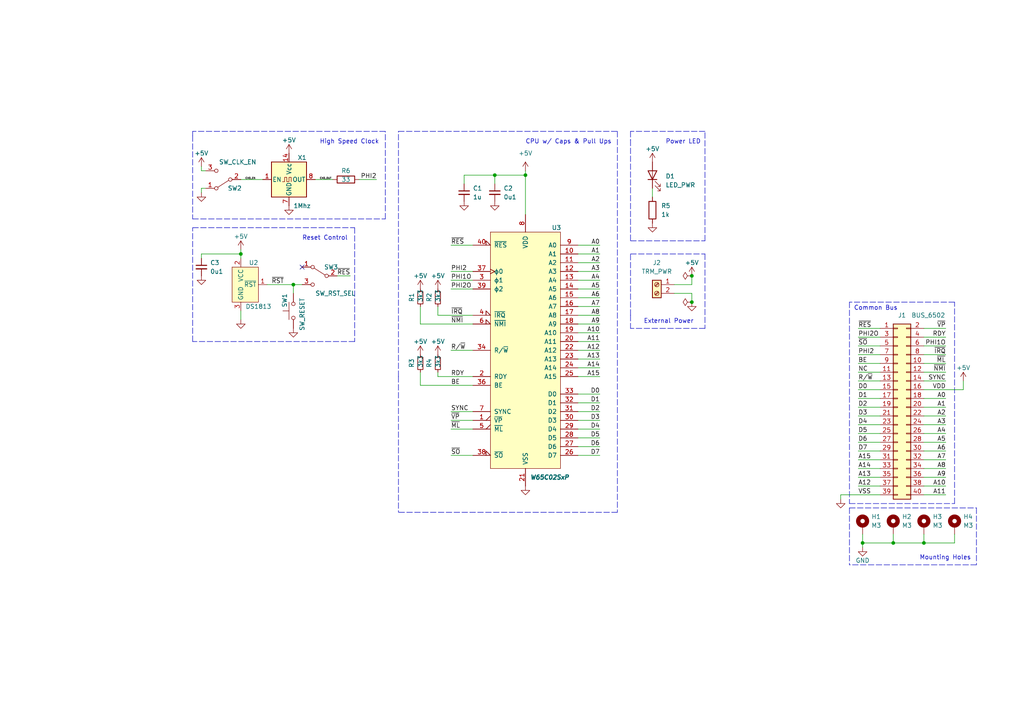
<source format=kicad_sch>
(kicad_sch (version 20211123) (generator eeschema)
  (paper "A4")
  (title_block (title "Retro Stack - CPU & High Speed Clock") (date "2023-04-04") (rev "0") (company "Microcode.io"))
  (lib_symbols
    (symbol "65xx:W65C02SxP" (pin_names (offset 1.016))
      (property "Reference" "U" (at -10.16 35.56 0))
      (property "Value" "W65C02SxP" (at 0 0 90))
      (symbol "W65C02SxP_0_1"
        (rectangle (start -10.16 34.29) (end 10.16 -34.29) (fill (type background)))
      )
      (symbol "W65C02SxP_1_1"
        (pin output output_low (at -15.24 -20.32 0) (length 5.08) (name "~{VP}") (number "1"))
        (pin tri_state line (at 15.24 27.94 180) (length 5.08) (name "A1") (number "10"))
        (pin tri_state line (at 15.24 25.4 180) (length 5.08) (name "A2") (number "11"))
        (pin tri_state line (at 15.24 22.86 180) (length 5.08) (name "A3") (number "12"))
        (pin tri_state line (at 15.24 20.32 180) (length 5.08) (name "A4") (number "13"))
        (pin tri_state line (at 15.24 17.78 180) (length 5.08) (name "A5") (number "14"))
        (pin tri_state line (at 15.24 15.24 180) (length 5.08) (name "A6") (number "15"))
        (pin tri_state line (at 15.24 12.7 180) (length 5.08) (name "A7") (number "16"))
        (pin tri_state line (at 15.24 10.16 180) (length 5.08) (name "A8") (number "17"))
        (pin tri_state line (at 15.24 7.62 180) (length 5.08) (name "A9") (number "18"))
        (pin tri_state line (at 15.24 5.08 180) (length 5.08) (name "A10") (number "19"))
        (pin open_collector line (at -15.24 -7.62 0) (length 5.08) (name "RDY") (number "2"))
        (pin tri_state line (at 15.24 2.54 180) (length 5.08) (name "A11") (number "20"))
        (pin power_in line (at 0 -39.37 90) (length 5.08) (name "VSS") (number "21"))
        (pin tri_state line (at 15.24 0 180) (length 5.08) (name "A12") (number "22"))
        (pin tri_state line (at 15.24 -2.54 180) (length 5.08) (name "A13") (number "23"))
        (pin tri_state line (at 15.24 -5.08 180) (length 5.08) (name "A14") (number "24"))
        (pin tri_state line (at 15.24 -7.62 180) (length 5.08) (name "A15") (number "25"))
        (pin bidirectional line (at 15.24 -30.48 180) (length 5.08) (name "D7") (number "26"))
        (pin bidirectional line (at 15.24 -27.94 180) (length 5.08) (name "D6") (number "27"))
        (pin bidirectional line (at 15.24 -25.4 180) (length 5.08) (name "D5") (number "28"))
        (pin bidirectional line (at 15.24 -22.86 180) (length 5.08) (name "D4") (number "29"))
        (pin output line (at -15.24 20.32 0) (length 5.08) (name "ϕ1") (number "3"))
        (pin bidirectional line (at 15.24 -20.32 180) (length 5.08) (name "D3") (number "30"))
        (pin bidirectional line (at 15.24 -17.78 180) (length 5.08) (name "D2") (number "31"))
        (pin bidirectional line (at 15.24 -15.24 180) (length 5.08) (name "D1") (number "32"))
        (pin bidirectional line (at 15.24 -12.7 180) (length 5.08) (name "D0") (number "33"))
        (pin tri_state line (at -15.24 0 0) (length 5.08) (name "R/~{W}") (number "34"))
        (pin no_connect non_logic (at -10.16 -27.94 0) (length 2.54) hide (name "nc") (number "35"))
        (pin input line (at -15.24 -10.16 0) (length 5.08) (name "BE") (number "36"))
        (pin input clock (at -15.24 22.86 0) (length 5.08) (name "ϕ0") (number "37"))
        (pin input input_low (at -15.24 -30.48 0) (length 5.08) (name "~{SO}") (number "38"))
        (pin output line (at -15.24 17.78 0) (length 5.08) (name "ϕ2") (number "39"))
        (pin input input_low (at -15.24 10.16 0) (length 5.08) (name "~{IRQ}") (number "4"))
        (pin input input_low (at -15.24 30.48 0) (length 5.08) (name "~{RES}") (number "40"))
        (pin output output_low (at -15.24 -22.86 0) (length 5.08) (name "~{ML}") (number "5"))
        (pin input input_low (at -15.24 7.62 0) (length 5.08) (name "~{NMI}") (number "6"))
        (pin output line (at -15.24 -17.78 0) (length 5.08) (name "SYNC") (number "7"))
        (pin power_in line (at 0 39.37 270) (length 5.08) (name "VDD") (number "8"))
        (pin tri_state line (at 15.24 30.48 180) (length 5.08) (name "A0") (number "9"))
      )
    )
    (symbol "Connector:Screw_Terminal_01x02" (pin_names (offset 1.016) hide)
      (property "Reference" "J" (at 0 2.54 0))
      (property "Value" "Screw_Terminal_01x02" (at 0 -5.08 0))
      (symbol "Screw_Terminal_01x02_1_1"
        (rectangle (start -1.27 1.27) (end 1.27 -3.81) (stroke (width 0.254)) (fill (type background)))
        (circle (center 0 -2.54) (radius 0.635) (stroke (width 0.1524)))
        (polyline (pts (xy -0.5334 -2.2098) (xy 0.3302 -3.048)) (stroke (width 0.1524)))
        (polyline (pts (xy -0.5334 0.3302) (xy 0.3302 -0.508)) (stroke (width 0.1524)))
        (polyline (pts (xy -0.3556 -2.032) (xy 0.508 -2.8702)) (stroke (width 0.1524)))
        (polyline (pts (xy -0.3556 0.508) (xy 0.508 -0.3302)) (stroke (width 0.1524)))
        (circle (center 0 0) (radius 0.635) (stroke (width 0.1524)))
        (pin passive line (at -5.08 0 0) (length 3.81) (name "Pin_1") (number "1"))
        (pin passive line (at -5.08 -2.54 0) (length 3.81) (name "Pin_2") (number "2"))
      )
    )
    (symbol "Connector_Generic:Conn_02x20_Odd_Even" (pin_names (offset 1.016) hide)
      (property "Reference" "J" (at 1.27 25.4 0))
      (property "Value" "Conn_02x20_Odd_Even" (at 1.27 -27.94 0))
      (symbol "Conn_02x20_Odd_Even_1_1"
        (rectangle (start -1.27 -25.273) (end 0 -25.527) (stroke (width 0.1524)))
        (rectangle (start -1.27 -22.733) (end 0 -22.987) (stroke (width 0.1524)))
        (rectangle (start -1.27 -20.193) (end 0 -20.447) (stroke (width 0.1524)))
        (rectangle (start -1.27 -17.653) (end 0 -17.907) (stroke (width 0.1524)))
        (rectangle (start -1.27 -15.113) (end 0 -15.367) (stroke (width 0.1524)))
        (rectangle (start -1.27 -12.573) (end 0 -12.827) (stroke (width 0.1524)))
        (rectangle (start -1.27 -10.033) (end 0 -10.287) (stroke (width 0.1524)))
        (rectangle (start -1.27 -7.493) (end 0 -7.747) (stroke (width 0.1524)))
        (rectangle (start -1.27 -4.953) (end 0 -5.207) (stroke (width 0.1524)))
        (rectangle (start -1.27 -2.413) (end 0 -2.667) (stroke (width 0.1524)))
        (rectangle (start -1.27 0.127) (end 0 -0.127) (stroke (width 0.1524)))
        (rectangle (start -1.27 2.667) (end 0 2.413) (stroke (width 0.1524)))
        (rectangle (start -1.27 5.207) (end 0 4.953) (stroke (width 0.1524)))
        (rectangle (start -1.27 7.747) (end 0 7.493) (stroke (width 0.1524)))
        (rectangle (start -1.27 10.287) (end 0 10.033) (stroke (width 0.1524)))
        (rectangle (start -1.27 12.827) (end 0 12.573) (stroke (width 0.1524)))
        (rectangle (start -1.27 15.367) (end 0 15.113) (stroke (width 0.1524)))
        (rectangle (start -1.27 17.907) (end 0 17.653) (stroke (width 0.1524)))
        (rectangle (start -1.27 20.447) (end 0 20.193) (stroke (width 0.1524)))
        (rectangle (start -1.27 22.987) (end 0 22.733) (stroke (width 0.1524)))
        (rectangle (start -1.27 24.13) (end 3.81 -26.67) (stroke (width 0.254)) (fill (type background)))
        (rectangle (start 3.81 -25.273) (end 2.54 -25.527) (stroke (width 0.1524)))
        (rectangle (start 3.81 -22.733) (end 2.54 -22.987) (stroke (width 0.1524)))
        (rectangle (start 3.81 -20.193) (end 2.54 -20.447) (stroke (width 0.1524)))
        (rectangle (start 3.81 -17.653) (end 2.54 -17.907) (stroke (width 0.1524)))
        (rectangle (start 3.81 -15.113) (end 2.54 -15.367) (stroke (width 0.1524)))
        (rectangle (start 3.81 -12.573) (end 2.54 -12.827) (stroke (width 0.1524)))
        (rectangle (start 3.81 -10.033) (end 2.54 -10.287) (stroke (width 0.1524)))
        (rectangle (start 3.81 -7.493) (end 2.54 -7.747) (stroke (width 0.1524)))
        (rectangle (start 3.81 -4.953) (end 2.54 -5.207) (stroke (width 0.1524)))
        (rectangle (start 3.81 -2.413) (end 2.54 -2.667) (stroke (width 0.1524)))
        (rectangle (start 3.81 0.127) (end 2.54 -0.127) (stroke (width 0.1524)))
        (rectangle (start 3.81 2.667) (end 2.54 2.413) (stroke (width 0.1524)))
        (rectangle (start 3.81 5.207) (end 2.54 4.953) (stroke (width 0.1524)))
        (rectangle (start 3.81 7.747) (end 2.54 7.493) (stroke (width 0.1524)))
        (rectangle (start 3.81 10.287) (end 2.54 10.033) (stroke (width 0.1524)))
        (rectangle (start 3.81 12.827) (end 2.54 12.573) (stroke (width 0.1524)))
        (rectangle (start 3.81 15.367) (end 2.54 15.113) (stroke (width 0.1524)))
        (rectangle (start 3.81 17.907) (end 2.54 17.653) (stroke (width 0.1524)))
        (rectangle (start 3.81 20.447) (end 2.54 20.193) (stroke (width 0.1524)))
        (rectangle (start 3.81 22.987) (end 2.54 22.733) (stroke (width 0.1524)))
        (pin passive line (at -5.08 22.86 0) (length 3.81) (name "Pin_1") (number "1"))
        (pin passive line (at 7.62 12.7 180) (length 3.81) (name "Pin_10") (number "10"))
        (pin passive line (at -5.08 10.16 0) (length 3.81) (name "Pin_11") (number "11"))
        (pin passive line (at 7.62 10.16 180) (length 3.81) (name "Pin_12") (number "12"))
        (pin passive line (at -5.08 7.62 0) (length 3.81) (name "Pin_13") (number "13"))
        (pin passive line (at 7.62 7.62 180) (length 3.81) (name "Pin_14") (number "14"))
        (pin passive line (at -5.08 5.08 0) (length 3.81) (name "Pin_15") (number "15"))
        (pin passive line (at 7.62 5.08 180) (length 3.81) (name "Pin_16") (number "16"))
        (pin passive line (at -5.08 2.54 0) (length 3.81) (name "Pin_17") (number "17"))
        (pin passive line (at 7.62 2.54 180) (length 3.81) (name "Pin_18") (number "18"))
        (pin passive line (at -5.08 0 0) (length 3.81) (name "Pin_19") (number "19"))
        (pin passive line (at 7.62 22.86 180) (length 3.81) (name "Pin_2") (number "2"))
        (pin passive line (at 7.62 0 180) (length 3.81) (name "Pin_20") (number "20"))
        (pin passive line (at -5.08 -2.54 0) (length 3.81) (name "Pin_21") (number "21"))
        (pin passive line (at 7.62 -2.54 180) (length 3.81) (name "Pin_22") (number "22"))
        (pin passive line (at -5.08 -5.08 0) (length 3.81) (name "Pin_23") (number "23"))
        (pin passive line (at 7.62 -5.08 180) (length 3.81) (name "Pin_24") (number "24"))
        (pin passive line (at -5.08 -7.62 0) (length 3.81) (name "Pin_25") (number "25"))
        (pin passive line (at 7.62 -7.62 180) (length 3.81) (name "Pin_26") (number "26"))
        (pin passive line (at -5.08 -10.16 0) (length 3.81) (name "Pin_27") (number "27"))
        (pin passive line (at 7.62 -10.16 180) (length 3.81) (name "Pin_28") (number "28"))
        (pin passive line (at -5.08 -12.7 0) (length 3.81) (name "Pin_29") (number "29"))
        (pin passive line (at -5.08 20.32 0) (length 3.81) (name "Pin_3") (number "3"))
        (pin passive line (at 7.62 -12.7 180) (length 3.81) (name "Pin_30") (number "30"))
        (pin passive line (at -5.08 -15.24 0) (length 3.81) (name "Pin_31") (number "31"))
        (pin passive line (at 7.62 -15.24 180) (length 3.81) (name "Pin_32") (number "32"))
        (pin passive line (at -5.08 -17.78 0) (length 3.81) (name "Pin_33") (number "33"))
        (pin passive line (at 7.62 -17.78 180) (length 3.81) (name "Pin_34") (number "34"))
        (pin passive line (at -5.08 -20.32 0) (length 3.81) (name "Pin_35") (number "35"))
        (pin passive line (at 7.62 -20.32 180) (length 3.81) (name "Pin_36") (number "36"))
        (pin passive line (at -5.08 -22.86 0) (length 3.81) (name "Pin_37") (number "37"))
        (pin passive line (at 7.62 -22.86 180) (length 3.81) (name "Pin_38") (number "38"))
        (pin passive line (at -5.08 -25.4 0) (length 3.81) (name "Pin_39") (number "39"))
        (pin passive line (at 7.62 20.32 180) (length 3.81) (name "Pin_4") (number "4"))
        (pin passive line (at 7.62 -25.4 180) (length 3.81) (name "Pin_40") (number "40"))
        (pin passive line (at -5.08 17.78 0) (length 3.81) (name "Pin_5") (number "5"))
        (pin passive line (at 7.62 17.78 180) (length 3.81) (name "Pin_6") (number "6"))
        (pin passive line (at -5.08 15.24 0) (length 3.81) (name "Pin_7") (number "7"))
        (pin passive line (at 7.62 15.24 180) (length 3.81) (name "Pin_8") (number "8"))
        (pin passive line (at -5.08 12.7 0) (length 3.81) (name "Pin_9") (number "9"))
      )
    )
    (symbol "Device:C_Small" (pin_numbers hide) (pin_names (offset 0.254) hide)
      (property "Reference" "C" (at 0.254 1.778 0))
      (property "Value" "C_Small" (at 0.254 -2.032 0))
      (symbol "C_Small_0_1"
        (polyline (pts (xy -1.524 -0.508) (xy 1.524 -0.508)) (stroke (width 0.3302)))
        (polyline (pts (xy -1.524 0.508) (xy 1.524 0.508)) (stroke (width 0.3048)))
      )
      (symbol "C_Small_1_1"
        (pin passive line (at 0 2.54 270) (length 2.032) (name "~") (number "1"))
        (pin passive line (at 0 -2.54 90) (length 2.032) (name "~") (number "2"))
      )
    )
    (symbol "Device:LED" (pin_numbers hide) (pin_names (offset 1.016) hide)
      (property "Reference" "D" (at 0 2.54 0))
      (property "Value" "LED" (at 0 -2.54 0))
      (symbol "LED_0_1"
        (polyline (pts (xy -1.27 -1.27) (xy -1.27 1.27)) (stroke (width 0.254)))
        (polyline (pts (xy -1.27 0) (xy 1.27 0)))
        (polyline (pts (xy 1.27 -1.27) (xy 1.27 1.27) (xy -1.27 0) (xy 1.27 -1.27)) (stroke (width 0.254)))
        (polyline (pts (xy -3.048 -0.762) (xy -4.572 -2.286) (xy -3.81 -2.286) (xy -4.572 -2.286) (xy -4.572 -1.524)))
        (polyline (pts (xy -1.778 -0.762) (xy -3.302 -2.286) (xy -2.54 -2.286) (xy -3.302 -2.286) (xy -3.302 -1.524)))
      )
      (symbol "LED_1_1"
        (pin passive line (at -3.81 0 0) (length 2.54) (name "K") (number "1"))
        (pin passive line (at 3.81 0 180) (length 2.54) (name "A") (number "2"))
      )
    )
    (symbol "Device:R" (pin_numbers hide) (pin_names (offset 0))
      (property "Reference" "R" (at 2.032 0 90))
      (property "Value" "R" (at 0 0 90))
      (symbol "R_0_1"
        (rectangle (start -1.016 -2.54) (end 1.016 2.54) (stroke (width 0.254)))
      )
      (symbol "R_1_1"
        (pin passive line (at 0 3.81 270) (length 1.27) (name "~") (number "1"))
        (pin passive line (at 0 -3.81 90) (length 1.27) (name "~") (number "2"))
      )
    )
    (symbol "Device:R_Small" (pin_numbers hide) (pin_names (offset 0.254) hide)
      (property "Reference" "R" (at 0.762 0.508 0))
      (property "Value" "R_Small" (at 0.762 -1.016 0))
      (symbol "R_Small_0_1"
        (rectangle (start -0.762 1.778) (end 0.762 -1.778) (stroke (width 0.2032)))
      )
      (symbol "R_Small_1_1"
        (pin passive line (at 0 2.54 270) (length 0.762) (name "~") (number "1"))
        (pin passive line (at 0 -2.54 90) (length 0.762) (name "~") (number "2"))
      )
    )
    (symbol "Mechanical:MountingHole_Pad" (pin_numbers hide) (pin_names (offset 1.016) hide)
      (property "Reference" "H" (at 0 6.35 0))
      (property "Value" "MountingHole_Pad" (at 0 4.445 0))
      (symbol "MountingHole_Pad_0_1"
        (circle (center 0 1.27) (radius 1.27) (stroke (width 1.27)))
      )
      (symbol "MountingHole_Pad_1_1"
        (pin input line (at 0 -2.54 90) (length 2.54) (name "1") (number "1"))
      )
    )
    (symbol "Oscillator:CXO_DIP14" (pin_names (offset 0.254))
      (property "Reference" "X" (at -5.08 6.35 0))
      (property "Value" "CXO_DIP14" (at 1.27 -6.35 0))
      (symbol "CXO_DIP14_0_1"
        (rectangle (start -5.08 5.08) (end 5.08 -5.08) (stroke (width 0.254)) (fill (type background)))
        (polyline (pts (xy -1.905 -0.635) (xy -1.27 -0.635) (xy -1.27 0.635) (xy -0.635 0.635) (xy -0.635 -0.635) (xy 0 -0.635) (xy 0 0.635) (xy 0.635 0.635) (xy 0.635 -0.635)))
      )
      (symbol "CXO_DIP14_1_1"
        (pin input line (at -7.62 0 0) (length 2.54) (name "EN") (number "1"))
        (pin power_in line (at 0 7.62 270) (length 2.54) (name "Vcc") (number "14"))
        (pin power_in line (at 0 -7.62 90) (length 2.54) (name "GND") (number "7"))
        (pin output line (at 7.62 0 180) (length 2.54) (name "OUT") (number "8"))
      )
    )
    (symbol "RetroStack:DS1813"
      (property "Reference" "U" (at 2.54 8.89 0))
      (property "Value" "DS1813" (at 5.08 6.35 0))
      (symbol "DS1813_0_0"
        (pin bidirectional line (at 7.62 0 180) (length 2.54) (name "~{RST}") (number "1"))
        (pin power_in line (at 0 7.62 270) (length 2.54) (name "VCC") (number "2"))
        (pin power_in line (at 0 -7.62 90) (length 2.54) (name "GND") (number "3"))
      )
      (symbol "DS1813_0_1"
        (rectangle (start -2.54 -5.08) (end 5.08 5.08) (fill (type background)))
      )
    )
    (symbol "Switch:SW_Push" (pin_numbers hide) (pin_names (offset 1.016) hide)
      (property "Reference" "SW" (at 1.27 2.54 0))
      (property "Value" "SW_Push" (at 0 -1.524 0))
      (symbol "SW_Push_0_1"
        (circle (center -2.032 0) (radius 0.508))
        (polyline (pts (xy 0 1.27) (xy 0 3.048)))
        (polyline (pts (xy 2.54 1.27) (xy -2.54 1.27)))
        (circle (center 2.032 0) (radius 0.508))
        (pin passive line (at -5.08 0 0) (length 2.54) (name "1") (number "1"))
        (pin passive line (at 5.08 0 180) (length 2.54) (name "2") (number "2"))
      )
    )
    (symbol "Switch:SW_SPDT" (pin_names (offset 0) hide)
      (property "Reference" "SW" (at 0 4.318 0))
      (property "Value" "SW_SPDT" (at 0 -5.08 0))
      (symbol "SW_SPDT_0_0"
        (circle (center -2.032 0) (radius 0.508))
        (circle (center 2.032 -2.54) (radius 0.508))
      )
      (symbol "SW_SPDT_0_1"
        (polyline (pts (xy -1.524 0.254) (xy 1.651 2.286)))
        (circle (center 2.032 2.54) (radius 0.508))
      )
      (symbol "SW_SPDT_1_1"
        (pin passive line (at 5.08 2.54 180) (length 2.54) (name "A") (number "1"))
        (pin passive line (at -5.08 0 0) (length 2.54) (name "B") (number "2"))
        (pin passive line (at 5.08 -2.54 180) (length 2.54) (name "C") (number "3"))
      )
    )
    (symbol "power:+5V" (power) (pin_names (offset 0))
      (property "Value" "+5V" (at 0 3.556 0))
      (symbol "+5V_0_1"
        (polyline (pts (xy -0.762 1.27) (xy 0 2.54)))
        (polyline (pts (xy 0 0) (xy 0 2.54)))
        (polyline (pts (xy 0 2.54) (xy 0.762 1.27)))
      )
      (symbol "+5V_1_1"
        (pin power_in line (at 0 0 90) (length 0) hide (name "+5V") (number "1"))
      )
    )
    (symbol "power:GND" (power) (pin_names (offset 0))
      (property "Value" "GND" (at 0 -3.81 0))
      (symbol "GND_0_1"
        (polyline (pts (xy 0 0) (xy 0 -1.27) (xy 1.27 -1.27) (xy 0 -2.54) (xy -1.27 -1.27) (xy 0 -1.27)))
      )
      (symbol "GND_1_1"
        (pin power_in line (at 0 0 270) (length 0) hide (name "GND") (number "1"))
      )
    )
    (symbol "power:PWR_FLAG" (power) (pin_numbers hide) (pin_names (offset 0) hide)
      (property "Value" "PWR_FLAG" (at 0 3.81 0))
      (symbol "PWR_FLAG_0_0"
        (pin power_out line (at 0 0 90) (length 0) (name "pwr") (number "1"))
      )
      (symbol "PWR_FLAG_0_1"
        (polyline (pts (xy 0 0) (xy 0 1.27) (xy -1.016 1.905) (xy 0 2.54) (xy 1.016 1.905) (xy 0 1.27)))
      )
    )
  )
  (junction (at 143.51 50.8))
  (junction (at 200.66 87.63))
  (junction (at 85.09 82.55))
  (junction (at 152.4 50.8))
  (junction (at 259.08 157.48))
  (junction (at 69.85 73.66))
  (junction (at 267.97 157.48))
  (junction (at 200.66 80.01))
  (junction (at 250.19 157.48))
  (no_connect (at 87.63 77.47))
  (wire (pts (xy 195.58 85.09) (xy 200.66 85.09)))
  (wire (pts (xy 130.81 101.6) (xy 137.16 101.6)))
  (wire (pts (xy 200.66 85.09) (xy 200.66 87.63)))
  (wire (pts (xy 77.47 82.55) (xy 85.09 82.55)))
  (wire (pts (xy 267.97 143.51) (xy 274.32 143.51)))
  (wire (pts (xy 127 109.22) (xy 137.16 109.22)))
  (polyline (pts (xy 111.76 63.5) (xy 111.76 38.1)))
  (wire (pts (xy 167.64 91.44) (xy 173.99 91.44)))
  (wire (pts (xy 130.81 119.38) (xy 137.16 119.38)))
  (wire (pts (xy 267.97 140.97) (xy 274.32 140.97)))
  (polyline (pts (xy 182.88 91.44) (xy 182.88 95.25)))
  (polyline (pts (xy 115.57 38.1) (xy 179.07 38.1)))
  (wire (pts (xy 85.09 82.55) (xy 85.09 85.09)))
  (wire (pts (xy 248.92 140.97) (xy 255.27 140.97)))
  (wire (pts (xy 248.92 128.27) (xy 255.27 128.27)))
  (polyline (pts (xy 55.88 38.1) (xy 55.88 39.37)))
  (wire (pts (xy 69.85 73.66) (xy 69.85 74.93)))
  (wire (pts (xy 248.92 105.41) (xy 255.27 105.41)))
  (wire (pts (xy 248.92 115.57) (xy 255.27 115.57)))
  (wire (pts (xy 267.97 100.33) (xy 274.32 100.33)))
  (wire (pts (xy 267.97 128.27) (xy 274.32 128.27)))
  (wire (pts (xy 195.58 82.55) (xy 200.66 82.55)))
  (wire (pts (xy 267.97 157.48) (xy 259.08 157.48)))
  (wire (pts (xy 58.42 73.66) (xy 69.85 73.66)))
  (wire (pts (xy 58.42 74.93) (xy 58.42 73.66)))
  (wire (pts (xy 143.51 53.34) (xy 143.51 50.8)))
  (wire (pts (xy 267.97 120.65) (xy 274.32 120.65)))
  (wire (pts (xy 267.97 138.43) (xy 274.32 138.43)))
  (wire (pts (xy 167.64 106.68) (xy 173.99 106.68)))
  (polyline (pts (xy 246.38 147.32) (xy 283.21 147.32)))
  (polyline (pts (xy 115.57 109.22) (xy 115.57 38.1)))
  (wire (pts (xy 121.92 111.76) (xy 137.16 111.76)))
  (wire (pts (xy 167.64 86.36) (xy 173.99 86.36)))
  (wire (pts (xy 267.97 102.87) (xy 274.32 102.87)))
  (wire (pts (xy 130.81 121.92) (xy 137.16 121.92)))
  (wire (pts (xy 104.14 52.07) (xy 109.22 52.07)))
  (polyline (pts (xy 283.21 163.83) (xy 246.38 163.83)))
  (wire (pts (xy 243.84 143.51) (xy 243.84 144.78)))
  (wire (pts (xy 248.92 138.43) (xy 255.27 138.43)))
  (polyline (pts (xy 246.38 146.05) (xy 276.86 146.05)))
  (wire (pts (xy 267.97 107.95) (xy 274.32 107.95)))
  (polyline (pts (xy 204.47 73.66) (xy 204.47 95.25)))
  (wire (pts (xy 167.64 71.12) (xy 173.99 71.12)))
  (wire (pts (xy 121.92 93.98) (xy 137.16 93.98)))
  (wire (pts (xy 248.92 100.33) (xy 255.27 100.33)))
  (wire (pts (xy 167.64 78.74) (xy 173.99 78.74)))
  (wire (pts (xy 279.4 110.49) (xy 279.4 113.03)))
  (wire (pts (xy 130.81 78.74) (xy 137.16 78.74)))
  (wire (pts (xy 267.97 130.81) (xy 274.32 130.81)))
  (polyline (pts (xy 55.88 99.06) (xy 55.88 66.04)))
  (wire (pts (xy 167.64 132.08) (xy 173.99 132.08)))
  (polyline (pts (xy 182.88 40.64) (xy 182.88 69.85)))
  (polyline (pts (xy 102.87 66.04) (xy 102.87 99.06)))
  (wire (pts (xy 248.92 107.95) (xy 255.27 107.95)))
  (wire (pts (xy 259.08 154.94) (xy 259.08 157.48)))
  (wire (pts (xy 167.64 96.52) (xy 173.99 96.52)))
  (wire (pts (xy 58.42 48.26) (xy 58.42 49.53)))
  (wire (pts (xy 69.85 72.39) (xy 69.85 73.66)))
  (wire (pts (xy 134.62 50.8) (xy 143.51 50.8)))
  (wire (pts (xy 167.64 99.06) (xy 173.99 99.06)))
  (wire (pts (xy 248.92 102.87) (xy 255.27 102.87)))
  (wire (pts (xy 267.97 110.49) (xy 274.32 110.49)))
  (wire (pts (xy 91.44 52.07) (xy 96.52 52.07)))
  (wire (pts (xy 267.97 154.94) (xy 267.97 157.48)))
  (wire (pts (xy 167.64 101.6) (xy 173.99 101.6)))
  (polyline (pts (xy 55.88 63.5) (xy 111.76 63.5)))
  (wire (pts (xy 69.85 52.07) (xy 76.2 52.07)))
  (polyline (pts (xy 246.38 87.63) (xy 246.38 146.05)))
  (polyline (pts (xy 55.88 39.37) (xy 55.88 63.5)))
  (wire (pts (xy 121.92 111.76) (xy 121.92 107.95)))
  (wire (pts (xy 167.64 76.2) (xy 173.99 76.2)))
  (wire (pts (xy 250.19 158.75) (xy 250.19 157.48)))
  (wire (pts (xy 267.97 133.35) (xy 274.32 133.35)))
  (wire (pts (xy 167.64 93.98) (xy 173.99 93.98)))
  (wire (pts (xy 167.64 114.3) (xy 173.99 114.3)))
  (wire (pts (xy 130.81 132.08) (xy 137.16 132.08)))
  (wire (pts (xy 267.97 105.41) (xy 274.32 105.41)))
  (wire (pts (xy 243.84 143.51) (xy 255.27 143.51)))
  (polyline (pts (xy 179.07 148.59) (xy 115.57 148.59)))
  (wire (pts (xy 167.64 83.82) (xy 173.99 83.82)))
  (wire (pts (xy 167.64 124.46) (xy 173.99 124.46)))
  (polyline (pts (xy 182.88 69.85) (xy 204.47 69.85)))
  (wire (pts (xy 200.66 82.55) (xy 200.66 80.01)))
  (wire (pts (xy 167.64 73.66) (xy 173.99 73.66)))
  (wire (pts (xy 267.97 123.19) (xy 274.32 123.19)))
  (wire (pts (xy 130.81 124.46) (xy 137.16 124.46)))
  (wire (pts (xy 101.6 80.01) (xy 97.79 80.01)))
  (wire (pts (xy 248.92 97.79) (xy 255.27 97.79)))
  (wire (pts (xy 127 107.95) (xy 127 109.22)))
  (polyline (pts (xy 182.88 91.44) (xy 182.88 73.66)))
  (wire (pts (xy 121.92 93.98) (xy 121.92 88.9)))
  (polyline (pts (xy 55.88 66.04) (xy 102.87 66.04)))
  (polyline (pts (xy 111.76 38.1) (xy 55.88 38.1)))
  (wire (pts (xy 167.64 88.9) (xy 173.99 88.9)))
  (polyline (pts (xy 283.21 147.32) (xy 283.21 163.83)))
  (wire (pts (xy 248.92 123.19) (xy 255.27 123.19)))
  (polyline (pts (xy 115.57 109.22) (xy 115.57 148.59)))
  (wire (pts (xy 167.64 129.54) (xy 173.99 129.54)))
  (wire (pts (xy 267.97 125.73) (xy 274.32 125.73)))
  (wire (pts (xy 267.97 97.79) (xy 274.32 97.79)))
  (wire (pts (xy 248.92 118.11) (xy 255.27 118.11)))
  (wire (pts (xy 58.42 49.53) (xy 59.69 49.53)))
  (wire (pts (xy 134.62 53.34) (xy 134.62 50.8)))
  (polyline (pts (xy 179.07 38.1) (xy 179.07 148.59)))
  (wire (pts (xy 130.81 83.82) (xy 137.16 83.82)))
  (wire (pts (xy 152.4 50.8) (xy 152.4 62.23)))
  (polyline (pts (xy 102.87 99.06) (xy 55.88 99.06)))
  (polyline (pts (xy 276.86 146.05) (xy 276.86 87.63)))
  (wire (pts (xy 143.51 50.8) (xy 152.4 50.8)))
  (wire (pts (xy 276.86 154.94) (xy 276.86 157.48)))
  (wire (pts (xy 267.97 135.89) (xy 274.32 135.89)))
  (polyline (pts (xy 182.88 38.1) (xy 182.88 40.64)))
  (wire (pts (xy 250.19 157.48) (xy 250.19 154.94)))
  (wire (pts (xy 189.23 57.15) (xy 189.23 54.61)))
  (wire (pts (xy 130.81 81.28) (xy 137.16 81.28)))
  (wire (pts (xy 248.92 120.65) (xy 255.27 120.65)))
  (wire (pts (xy 167.64 109.22) (xy 173.99 109.22)))
  (wire (pts (xy 58.42 55.88) (xy 58.42 54.61)))
  (wire (pts (xy 127 91.44) (xy 137.16 91.44)))
  (wire (pts (xy 259.08 157.48) (xy 250.19 157.48)))
  (wire (pts (xy 167.64 119.38) (xy 173.99 119.38)))
  (wire (pts (xy 248.92 135.89) (xy 255.27 135.89)))
  (wire (pts (xy 85.09 82.55) (xy 87.63 82.55)))
  (wire (pts (xy 167.64 121.92) (xy 173.99 121.92)))
  (polyline (pts (xy 276.86 87.63) (xy 246.38 87.63)))
  (wire (pts (xy 267.97 118.11) (xy 274.32 118.11)))
  (polyline (pts (xy 182.88 73.66) (xy 204.47 73.66)))
  (wire (pts (xy 248.92 125.73) (xy 255.27 125.73)))
  (wire (pts (xy 267.97 115.57) (xy 274.32 115.57)))
  (wire (pts (xy 69.85 92.71) (xy 69.85 90.17)))
  (wire (pts (xy 248.92 130.81) (xy 255.27 130.81)))
  (wire (pts (xy 167.64 81.28) (xy 173.99 81.28)))
  (wire (pts (xy 267.97 95.25) (xy 274.32 95.25)))
  (polyline (pts (xy 204.47 38.1) (xy 182.88 38.1)))
  (wire (pts (xy 58.42 54.61) (xy 59.69 54.61)))
  (wire (pts (xy 248.92 95.25) (xy 255.27 95.25)))
  (wire (pts (xy 167.64 104.14) (xy 173.99 104.14)))
  (wire (pts (xy 167.64 127) (xy 173.99 127)))
  (wire (pts (xy 248.92 133.35) (xy 255.27 133.35)))
  (wire (pts (xy 248.92 110.49) (xy 255.27 110.49)))
  (wire (pts (xy 248.92 113.03) (xy 255.27 113.03)))
  (wire (pts (xy 267.97 113.03) (xy 279.4 113.03)))
  (polyline (pts (xy 246.38 147.32) (xy 246.38 163.83)))
  (wire (pts (xy 167.64 116.84) (xy 173.99 116.84)))
  (polyline (pts (xy 204.47 95.25) (xy 182.88 95.25)))
  (wire (pts (xy 127 88.9) (xy 127 91.44)))
  (polyline (pts (xy 204.47 69.85) (xy 204.47 38.1)))
  (wire (pts (xy 130.81 71.12) (xy 137.16 71.12)))
  (wire (pts (xy 152.4 49.53) (xy 152.4 50.8)))
  (wire (pts (xy 276.86 157.48) (xy 267.97 157.48)))
  (text "CPU w/ Caps & Pull Ups" (at 152.4 41.91 0) (effects (font (size 1.27 1.27)) (justify left bottom)))
  (text "Common Bus" (at 247.65 90.17 0) (effects (font (size 1.27 1.27)) (justify left bottom)))
  (text "Power LED" (at 193.04 41.91 0) (effects (font (size 1.27 1.27)) (justify left bottom)))
  (text "High Speed Clock" (at 92.71 41.91 0) (effects (font (size 1.27 1.27)) (justify left bottom)))
  (text "External Power" (at 186.69 93.98 0) (effects (font (size 1.27 1.27)) (justify left bottom)))
  (text "Reset Control" (at 87.63 69.85 0) (effects (font (size 1.27 1.27)) (justify left bottom)))
  (text "Mounting Holes" (at 266.7 162.56 0) (effects (font (size 1.27 1.27)) (justify left bottom)))
  (label "PHI1O" (at 274.32 100.33 180))
  (label "A15" (at 173.99 109.22 180))
  (label "~{SO}" (at 248.92 100.33 0))
  (label "A1" (at 173.99 73.66 180))
  (label "PHI2" (at 130.81 78.74 0))
  (label "SYNC" (at 130.81 119.38 0))
  (label "~{RST}" (at 78.74 82.55 0))
  (label "D5" (at 173.99 127 180))
  (label "D4" (at 173.99 124.46 180))
  (label "A14" (at 173.99 106.68 180))
  (label "A11" (at 173.99 99.06 180))
  (label "~{NMI}" (at 130.81 93.98 0))
  (label "A9" (at 173.99 93.98 180))
  (label "D6" (at 248.92 128.27 0))
  (label "A12" (at 248.92 140.97 0))
  (label "A10" (at 274.32 140.97 180))
  (label "NC" (at 248.92 107.95 0))
  (label "A6" (at 274.32 130.81 180))
  (label "~{RES}" (at 101.6 80.01 180))
  (label "A12" (at 173.99 101.6 180))
  (label "PHI1O" (at 130.81 81.28 0))
  (label "D1" (at 173.99 116.84 180))
  (label "A13" (at 248.92 138.43 0))
  (label "D0" (at 248.92 113.03 0))
  (label "A6" (at 173.99 86.36 180))
  (label "D4" (at 248.92 123.19 0))
  (label "D3" (at 173.99 121.92 180))
  (label "~{SO}" (at 130.81 132.08 0))
  (label "A8" (at 173.99 91.44 180))
  (label "~{NMI}" (at 274.32 107.95 180))
  (label "~{RES}" (at 130.81 71.12 0))
  (label "A5" (at 274.32 128.27 180))
  (label "PHI2" (at 109.22 52.07 180))
  (label "A13" (at 173.99 104.14 180))
  (label "BE" (at 130.81 111.76 0))
  (label "BE" (at 248.92 105.41 0))
  (label "A1" (at 274.32 118.11 180))
  (label "~{VP}" (at 130.81 121.92 0))
  (label "A7" (at 173.99 88.9 180))
  (label "A2" (at 274.32 120.65 180))
  (label "~{IRQ}" (at 274.32 102.87 180))
  (label "PHI2" (at 248.92 102.87 0))
  (label "A3" (at 173.99 78.74 180))
  (label "SYNC" (at 274.32 110.49 180))
  (label "D2" (at 173.99 119.38 180))
  (label "D2" (at 248.92 118.11 0))
  (label "~{ML}" (at 274.32 105.41 180))
  (label "PHI2O" (at 248.92 97.79 0))
  (label "A2" (at 173.99 76.2 180))
  (label "D6" (at 173.99 129.54 180))
  (label "CXO_EN" (at 71.12 52.07 0) (effects (font (size 0.5 0.5))))
  (label "A7" (at 274.32 133.35 180))
  (label "A3" (at 274.32 123.19 180))
  (label "D7" (at 173.99 132.08 180))
  (label "PHI2O" (at 130.81 83.82 0))
  (label "~{IRQ}" (at 130.81 91.44 0))
  (label "A8" (at 274.32 135.89 180))
  (label "CXO_OUT" (at 92.71 52.07 0) (effects (font (size 0.5 0.5))))
  (label "VSS" (at 248.92 143.51 0))
  (label "A14" (at 248.92 135.89 0))
  (label "D0" (at 173.99 114.3 180))
  (label "A15" (at 248.92 133.35 0))
  (label "R{slash}~{W}" (at 248.92 110.49 0))
  (label "A5" (at 173.99 83.82 180))
  (label "D1" (at 248.92 115.57 0))
  (label "VDD" (at 274.32 113.03 180))
  (label "~{VP}" (at 274.32 95.25 180))
  (label "R{slash}~{W}" (at 130.81 101.6 0))
  (label "A9" (at 274.32 138.43 180))
  (label "RDY" (at 130.81 109.22 0))
  (label "D7" (at 248.92 130.81 0))
  (label "D3" (at 248.92 120.65 0))
  (label "A4" (at 173.99 81.28 180))
  (label "A0" (at 274.32 115.57 180))
  (label "~{RES}" (at 248.92 95.25 0))
  (label "A0" (at 173.99 71.12 180))
  (label "A10" (at 173.99 96.52 180))
  (label "A11" (at 274.32 143.51 180))
  (label "D5" (at 248.92 125.73 0))
  (label "A4" (at 274.32 125.73 180))
  (label "RDY" (at 274.32 97.79 180))
  (label "~{ML}" (at 130.81 124.46 0))
  (symbol (lib_id "Mechanical:MountingHole_Pad") (at 259.08 152.4 0) (unit 1)
    (property "Reference" "H2" (at 261.62 149.8599 0) (effects (justify left)))
    (property "Value" "M3" (at 261.62 152.3999 0) (effects (justify left)))
    (property "Footprint" "MountingHole:MountingHole_3.2mm_M3_ISO7380_Pad" (effects hide))
  )
  (symbol (lib_id "power:GND") (at 143.51 58.42 0) (unit 1)
    (property "Reference" "#PWR08" (effects hide))
    (property "Value" "GND" (effects hide))
  )
  (symbol (lib_id "Device:C_Small") (at 58.42 77.47 0) (unit 1)
    (property "Reference" "C3" (at 60.96 76.2062 0) (effects (justify left)))
    (property "Value" "0u1" (at 60.96 78.7462 0) (effects (justify left)))
    (property "Footprint" "Capacitor_THT:C_Rect_L4.0mm_W2.5mm_P2.50mm" (effects hide))
    (property "Datasheet" "https://www.mouser.com/datasheet/2/281/1/RCE_X7R_X7S_25V_100V_E-1670872.pdf" (effects hide))
    (property "Mfr" "Murata" (effects hide))
    (property "Mfr Part" "RCER71E104K0A2H03B " (effects hide))
    (property "Supplier" "Mouser" (effects hide))
    (property "Supplier Part" "81-RCER71E104K0A2H3B" (effects hide))
  )
  (symbol (lib_id "power:+5V") (at 279.4 110.49 0) (unit 1)
    (property "Reference" "#PWR019" (effects hide))
    (property "Value" "+5V" (at 279.4 106.68 0))
  )
  (symbol (lib_id "power:PWR_FLAG") (at 200.66 80.01 90) (unit 1)
    (property "Reference" "#FLG01" (effects hide))
    (property "Value" "PWR_FLAG" (effects hide))
  )
  (symbol (lib_id "Device:C_Small") (at 143.51 55.88 0) (unit 1)
    (property "Reference" "C2" (at 146.05 54.6162 0) (effects (justify left)))
    (property "Value" "0u1" (at 146.05 57.1562 0) (effects (justify left)))
    (property "Footprint" "Capacitor_THT:C_Rect_L4.0mm_W2.5mm_P2.50mm" (effects hide))
    (property "Datasheet" "https://www.mouser.com/datasheet/2/281/1/RCE_X7R_X7S_25V_100V_E-1670872.pdf" (effects hide))
    (property "Mfr" "Murata" (effects hide))
    (property "Mfr Part" "RCER71E104K0A2H03B " (effects hide))
    (property "Supplier" "Mouser" (effects hide))
    (property "Supplier Part" "81-RCER71E104K0A2H3B" (effects hide))
  )
  (symbol (lib_id "Device:C_Small") (at 134.62 55.88 0) (unit 1)
    (property "Reference" "C1" (at 137.16 54.6162 0) (effects (justify left)))
    (property "Value" "1u" (at 137.16 57.1562 0) (effects (justify left)))
    (property "Footprint" "Capacitor_THT:C_Rect_L4.0mm_W2.5mm_P2.50mm" (effects hide))
    (property "Datasheet" "https://product.tdk.com/system/files/dam/doc/product/capacitor/ceramic/lead-mlcc/catalog/leadmlcc_halogenfree_fa_en.pdf?ref_disty=mouser" (effects hide))
    (property "Mfr" "TDK" (effects hide))
    (property "Mfr Part" "FA18X7R1E105KRU06 " (effects hide))
    (property "Supplier" "Mouser" (effects hide))
    (property "Supplier Part" "810-FA18X7R1E105KRU6 " (effects hide))
  )
  (symbol (lib_id "power:GND") (at 85.09 95.25 0) (unit 1)
    (property "Reference" "#PWR011" (effects hide))
    (property "Value" "GND" (effects hide))
  )
  (symbol (lib_id "Mechanical:MountingHole_Pad") (at 276.86 152.4 0) (unit 1)
    (property "Reference" "H4" (at 279.4 149.8599 0) (effects (justify left)))
    (property "Value" "M3" (at 279.4 152.3999 0) (effects (justify left)))
    (property "Footprint" "MountingHole:MountingHole_3.2mm_M3_ISO7380_Pad" (effects hide))
  )
  (symbol (lib_id "power:+5V") (at 127 83.82 0) (unit 1)
    (property "Reference" "#PWR014" (effects hide))
    (property "Value" "+5V" (at 127 80.01 0))
  )
  (symbol (lib_id "power:+5V") (at 69.85 72.39 0) (unit 1)
    (property "Reference" "#PWR06" (effects hide))
    (property "Value" "+5V" (at 69.85 68.58 0))
  )
  (symbol (lib_id "Device:R_Small") (at 121.92 105.41 0) (unit 1)
    (property "Reference" "R3" (at 119.38 106.68 90) (effects (justify left)))
    (property "Value" "3k3" (at 121.92 106.68 90) (effects (justify left)))
    (property "Footprint" "Resistor_THT:R_Axial_DIN0204_L3.6mm_D1.6mm_P5.08mm_Horizontal" (effects hide))
    (property "Datasheet" "https://www.mouser.com/datasheet/2/427/mbxsma-1286643.pdf" (effects hide))
    (property "Mfr" "Vishay" (effects hide))
    (property "Mfr Part" "MBA02040C3301FRP00 " (effects hide))
    (property "Supplier" "Mouser" (effects hide))
    (property "Supplier Part" "594-5063JD3K300FT" (effects hide))
  )
  (symbol (lib_id "power:GND") (at 58.42 55.88 0) (unit 1)
    (property "Reference" "#PWR022" (effects hide))
    (property "Value" "GND" (effects hide))
  )
  (symbol (lib_id "Device:R") (at 100.33 52.07 90) (unit 1)
    (property "Reference" "R6" (at 100.33 49.53 90))
    (property "Value" "33" (at 100.33 52.07 90))
    (property "Footprint" "Resistor_THT:R_Axial_DIN0204_L3.6mm_D1.6mm_P5.08mm_Horizontal" (effects hide))
    (property "Datasheet" "https://www.mouser.com/datasheet/2/427/mbxsma-1286643.pdf" (effects hide))
    (property "Mfr" "Vishay" (effects hide))
    (property "Mfr Part" "MBA02040C3309FC100 " (effects hide))
    (property "Supplier Part" "594-5063JD33R00F1 " (effects hide))
    (property "Supplier" "Mouser" (effects hide))
  )
  (symbol (lib_id "power:+5V") (at 200.66 80.01 0) (unit 1)
    (property "Reference" "#PWR02" (effects hide))
    (property "Value" "+5V" (at 200.66 76.2 0))
  )
  (symbol (lib_id "65xx:W65C02SxP") (at 152.4 101.6 0) (unit 1)
    (property "Reference" "U3" (at 160.02 66.04 0) (effects (justify left)))
    (property "Value" "W65C02SxP" (at 153.67 138.43 0) (effects (font bold italic) (justify left)))
    (property "Footprint" "Package_DIP:DIP-40_W15.24mm_Socket_LongPads" (effects hide))
    (property "Datasheet" "http://www.westerndesigncenter.com/wdc/documentation/w65c02s.pdf" (effects hide))
    (property "Mfr" "Western Design Center (WDC)" (effects hide))
    (property "Mfr Part" "W65C02S6TPG-14" (effects hide))
    (property "Supplier" "Mouser" (effects hide))
    (property "Supplier Part" "955-W65C02S6TPG-14" (effects hide))
  )
  (symbol (lib_id "Device:LED") (at 189.23 50.8 90) (unit 1)
    (property "Reference" "D1" (at 193.04 51.1174 90) (effects (justify right)))
    (property "Value" "LED_PWR" (at 193.04 53.6574 90) (effects (justify right)))
    (property "Footprint" "LED_THT:LED_D5.0mm" (effects hide))
  )
  (symbol (lib_id "power:GND") (at 152.4 140.97 0) (unit 1)
    (property "Reference" "#PWR017" (effects hide))
    (property "Value" "GND" (effects hide))
  )
  (symbol (lib_id "Switch:SW_Push") (at 85.09 90.17 90) (unit 1)
    (property "Reference" "SW1" (at 82.55 85.09 0) (effects (justify right)))
    (property "Value" "SW_RESET" (at 87.63 86.36 0) (effects (justify right)))
    (property "Footprint" "Button_Switch_THT:SW_Tactile_SPST_Angled_PTS645Vx58-2LFS" (effects hide))
    (property "Datasheet" "https://www.mouser.com/datasheet/2/670/ts11-2944009.pdf" (effects hide))
    (property "Mfr" "CUI Devices " (effects hide))
    (property "Mfr Part" "TS11-674-73-BK-100-RA-D " (effects hide))
    (property "Supplier" "Mouser" (effects hide))
    (property "Supplier Part" "179-TS1167473100RAD " (effects hide))
  )
  (symbol (lib_id "Device:R") (at 189.23 60.96 0) (unit 1)
    (property "Reference" "R5" (at 191.77 59.6899 0) (effects (justify left)))
    (property "Value" "1k" (at 191.77 62.2299 0) (effects (justify left)))
    (property "Footprint" "Resistor_THT:R_Axial_DIN0204_L3.6mm_D1.6mm_P5.08mm_Horizontal" (effects hide))
    (property "Datasheet" "https://www.mouser.com/datasheet/2/427/mbxsma-1286643.pdf" (effects hide))
    (property "Mfr" "Vishay" (effects hide))
    (property "Mfr Part" "MBA02040C1001FCT00 " (effects hide))
    (property "Supplier Part" "594-MBA02040C1001FCT" (effects hide))
    (property "Supplier" "Mouser" (effects hide))
  )
  (symbol (lib_id "power:GND") (at 200.66 87.63 0) (unit 1)
    (property "Reference" "#PWR04" (effects hide))
    (property "Value" "GND" (effects hide))
  )
  (symbol (lib_id "power:GND") (at 58.42 80.01 0) (unit 1)
    (property "Reference" "#PWR09" (effects hide))
    (property "Value" "GND" (effects hide))
  )
  (symbol (lib_id "Mechanical:MountingHole_Pad") (at 250.19 152.4 0) (unit 1)
    (property "Reference" "H1" (at 252.73 149.8599 0) (effects (justify left)))
    (property "Value" "M3" (at 252.73 152.3999 0) (effects (justify left)))
    (property "Footprint" "MountingHole:MountingHole_3.2mm_M3_ISO7380_Pad" (effects hide))
  )
  (symbol (lib_id "power:+5V") (at 127 102.87 0) (unit 1)
    (property "Reference" "#PWR016" (effects hide))
    (property "Value" "+5V" (at 127 99.06 0))
  )
  (symbol (lib_id "power:+5V") (at 152.4 49.53 0) (unit 1)
    (property "Reference" "#PWR05" (effects hide))
    (property "Value" "+5V" (at 152.4 44.45 0))
  )
  (symbol (lib_id "Switch:SW_SPDT") (at 92.71 80.01 0) (mirror y) (unit 1)
    (property "Reference" "SW3" (at 93.98 77.47 0) (effects (justify right)))
    (property "Value" "SW_RST_SEL" (at 91.44 85.09 0) (effects (justify right)))
    (property "Footprint" "RetroStack:LC1258EENP1RLGR" (effects hide))
    (property "Datasheet" "https://www.mouser.com/datasheet/2/140/ESCH_S_A0005347935_1-2547870.pdf" (effects hide))
    (property "Mfr" "E-Switch" (effects hide))
    (property "Mfr Part" "LC1258EENP1RLGR " (effects hide))
    (property "Supplier" "Mouser" (effects hide))
    (property "Supplier Part" "612-LC1258EENP1RLGR" (effects hide))
  )
  (symbol (lib_id "power:+5V") (at 58.42 48.26 0) (unit 1)
    (property "Reference" "#PWR021" (effects hide))
    (property "Value" "+5V" (at 58.42 44.45 0))
  )
  (symbol (lib_id "RetroStack:DS1813") (at 69.85 82.55 0) (unit 1)
    (property "Reference" "U2" (at 74.93 76.2 0) (effects (justify right)))
    (property "Value" "DS1813" (at 78.74 88.9 0) (effects (justify right)))
    (property "Footprint" "Package_TO_SOT_THT:TO-92" (effects hide))
    (property "Datasheet" "https://www.mouser.com/datasheet/2/609/DS1813-3122044.pdf" (effects hide))
    (property "Mfr" "Maxim Integrated" (effects hide))
    (property "Mfr Part" "DS1813-10+T&R" (effects hide))
    (property "Supplier" "Mouser" (effects hide))
    (property "Supplier Part" "700-DS1813-10T&R" (effects hide))
  )
  (symbol (lib_id "power:+5V") (at 189.23 46.99 0) (unit 1)
    (property "Reference" "#PWR012" (effects hide))
    (property "Value" "+5V" (at 189.23 43.18 0))
  )
  (symbol (lib_id "power:GND") (at 243.84 144.78 0) (unit 1)
    (property "Reference" "#PWR020" (effects hide))
    (property "Value" "GND" (effects hide))
  )
  (symbol (lib_id "power:GND") (at 189.23 64.77 0) (unit 1)
    (property "Reference" "#PWR018" (effects hide))
    (property "Value" "GND" (effects hide))
  )
  (symbol (lib_id "Mechanical:MountingHole_Pad") (at 267.97 152.4 0) (unit 1)
    (property "Reference" "H3" (at 270.51 149.8599 0) (effects (justify left)))
    (property "Value" "M3" (at 270.51 152.3999 0) (effects (justify left)))
    (property "Footprint" "MountingHole:MountingHole_3.2mm_M3_ISO7380_Pad" (effects hide))
  )
  (symbol (lib_id "power:+5V") (at 83.82 44.45 0) (unit 1)
    (property "Reference" "#PWR01" (effects hide))
    (property "Value" "+5V" (at 83.82 40.64 0))
  )
  (symbol (lib_id "power:+5V") (at 121.92 83.82 0) (unit 1)
    (property "Reference" "#PWR013" (effects hide))
    (property "Value" "+5V" (at 121.92 80.01 0))
  )
  (symbol (lib_id "power:GND") (at 83.82 59.69 0) (unit 1)
    (property "Reference" "#PWR03" (effects hide))
    (property "Value" "GND" (effects hide))
  )
  (symbol (lib_id "power:GND") (at 250.19 158.75 0) (unit 1)
    (property "Reference" "#PWR0101" (effects hide))
    (property "Value" "GND" (at 250.19 162.56 0))
  )
  (symbol (lib_id "power:GND") (at 69.85 92.71 0) (unit 1)
    (property "Reference" "#PWR010" (effects hide))
    (property "Value" "GND" (effects hide))
  )
  (symbol (lib_id "power:GND") (at 134.62 58.42 0) (unit 1)
    (property "Reference" "#PWR07" (effects hide))
    (property "Value" "GND" (effects hide))
  )
  (symbol (lib_id "power:+5V") (at 121.92 102.87 0) (unit 1)
    (property "Reference" "#PWR015" (effects hide))
    (property "Value" "+5V" (at 121.92 99.06 0))
  )
  (symbol (lib_id "Oscillator:CXO_DIP14") (at 83.82 52.07 0) (unit 1)
    (property "Reference" "X1" (at 87.63 45.72 0))
    (property "Value" "1Mhz" (at 87.63 59.69 0))
    (property "Footprint" "Oscillator:Oscillator_DIP-14" (effects hide))
    (property "Datasheet" "https://www.mouser.com/datasheet/2/96/CTS_11052019_008_0258_0_I_MXO45_MXO45HS-1665263.pdf" (effects hide))
    (property "Mfr" "CTS" (effects hide))
    (property "Mfr Part" "MXO45T-2C-1M0000" (effects hide))
    (property "Supplier" "Mouser" (effects hide))
    (property "Supplier Part" "774-MXO45T-2C-1M0000" (effects hide))
  )
  (symbol (lib_id "Connector:Screw_Terminal_01x02") (at 190.5 82.55 0) (mirror y) (unit 1)
    (property "Reference" "J2" (at 190.5 76.2 0))
    (property "Value" "TRM_PWR" (at 190.5 78.74 0))
    (property "Footprint" "TerminalBlock_Phoenix:TerminalBlock_Phoenix_MPT-0,5-2-2.54_1x02_P2.54mm_Horizontal" (effects hide))
    (property "Datasheet" "https://www.phoenixcontact.com/us/products/1725656/pdf" (effects hide))
    (property "Mfr" "Phoenix Contact" (effects hide))
    (property "Mfr Part" "1725656 " (effects hide))
    (property "Supplier" "Mouser" (effects hide))
    (property "Supplier Part" "651-1725656 " (effects hide))
  )
  (symbol (lib_id "Device:R_Small") (at 127 105.41 0) (unit 1)
    (property "Reference" "R4" (at 124.46 106.68 90) (effects (justify left)))
    (property "Value" "3k3" (at 127 106.68 90) (effects (justify left)))
    (property "Footprint" "Resistor_THT:R_Axial_DIN0204_L3.6mm_D1.6mm_P5.08mm_Horizontal" (effects hide))
    (property "Datasheet" "https://www.mouser.com/datasheet/2/427/mbxsma-1286643.pdf" (effects hide))
    (property "Mfr" "Vishay" (effects hide))
    (property "Mfr Part" "MBA02040C3301FRP00 " (effects hide))
    (property "Supplier" "Mouser" (effects hide))
    (property "Supplier Part" "594-5063JD3K300FT" (effects hide))
  )
  (symbol (lib_id "Device:R_Small") (at 127 86.36 0) (unit 1)
    (property "Reference" "R2" (at 124.46 87.63 90) (effects (justify left)))
    (property "Value" "3k3" (at 127 87.63 90) (effects (justify left)))
    (property "Footprint" "Resistor_THT:R_Axial_DIN0204_L3.6mm_D1.6mm_P5.08mm_Horizontal" (effects hide))
    (property "Datasheet" "https://www.mouser.com/datasheet/2/427/mbxsma-1286643.pdf" (effects hide))
    (property "Mfr" "Vishay" (effects hide))
    (property "Mfr Part" "MBA02040C3301FRP00 " (effects hide))
    (property "Supplier" "Mouser" (effects hide))
    (property "Supplier Part" "594-5063JD3K300FT" (effects hide))
  )
  (symbol (lib_id "Switch:SW_SPDT") (at 64.77 52.07 180) (unit 1)
    (property "Reference" "SW2" (at 66.04 54.61 0) (effects (justify right)))
    (property "Value" "SW_CLK_EN" (at 63.5 46.99 0) (effects (justify right)))
    (property "Footprint" "RetroStack:LC1258EENP1RLGR" (effects hide))
    (property "Datasheet" "https://www.mouser.com/datasheet/2/140/ESCH_S_A0005347935_1-2547870.pdf" (effects hide))
    (property "Mfr" "E-Switch" (effects hide))
    (property "Mfr Part" "LC1258EENP1RLGR " (effects hide))
    (property "Supplier" "Mouser" (effects hide))
    (property "Supplier Part" "612-LC1258EENP1RLGR" (effects hide))
  )
  (symbol (lib_id "Device:R_Small") (at 121.92 86.36 0) (unit 1)
    (property "Reference" "R1" (at 119.38 87.63 90) (effects (justify left)))
    (property "Value" "3k3" (at 121.92 87.63 90) (effects (justify left)))
    (property "Footprint" "Resistor_THT:R_Axial_DIN0204_L3.6mm_D1.6mm_P5.08mm_Horizontal" (effects hide))
    (property "Datasheet" "https://www.mouser.com/datasheet/2/427/mbxsma-1286643.pdf" (effects hide))
    (property "Mfr" "Vishay" (effects hide))
    (property "Mfr Part" "MBA02040C3301FRP00 " (effects hide))
    (property "Supplier" "Mouser" (effects hide))
    (property "Supplier Part" "594-5063JD3K300FT" (effects hide))
  )
  (symbol (lib_id "power:PWR_FLAG") (at 200.66 87.63 90) (unit 1)
    (property "Reference" "#FLG02" (effects hide))
    (property "Value" "PWR_FLAG" (effects hide))
  )
  (symbol (lib_id "Connector_Generic:Conn_02x20_Odd_Even") (at 260.35 118.11 0) (unit 1)
    (property "Reference" "J1" (at 261.62 91.44 0))
    (property "Value" "BUS_6502" (at 269.24 91.44 0))
    (property "Footprint" "Connector_PinSocket_2.54mm:PinSocket_2x20_P2.54mm_Vertical" (effects hide))
    (property "Datasheet" "https://www.adafruit.com/product/1979#technical-details" (effects hide))
    (property "Mfr" "Adafruit" (effects hide))
    (property "Mfr Part" "1979 " (effects hide))
    (property "Supplier Part" "485-1979" (effects hide))
    (property "Supplier" "Mouser" (effects hide))
  )
)
</source>
